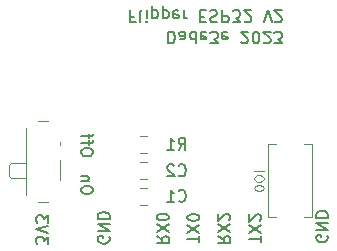
<source format=gbr>
%TF.GenerationSoftware,KiCad,Pcbnew,7.0.2-1.fc38*%
%TF.CreationDate,2023-06-06T11:06:49+02:00*%
%TF.ProjectId,marauder_mini_pcb,6d617261-7564-4657-925f-6d696e695f70,rev?*%
%TF.SameCoordinates,Original*%
%TF.FileFunction,Legend,Bot*%
%TF.FilePolarity,Positive*%
%FSLAX46Y46*%
G04 Gerber Fmt 4.6, Leading zero omitted, Abs format (unit mm)*
G04 Created by KiCad (PCBNEW 7.0.2-1.fc38) date 2023-06-06 11:06:49*
%MOMM*%
%LPD*%
G01*
G04 APERTURE LIST*
%ADD10C,0.150000*%
%ADD11C,0.120000*%
G04 APERTURE END LIST*
D10*
X75922380Y-65971428D02*
X75922380Y-65780952D01*
X75922380Y-65780952D02*
X75874761Y-65685714D01*
X75874761Y-65685714D02*
X75779523Y-65590476D01*
X75779523Y-65590476D02*
X75589047Y-65542857D01*
X75589047Y-65542857D02*
X75255714Y-65542857D01*
X75255714Y-65542857D02*
X75065238Y-65590476D01*
X75065238Y-65590476D02*
X74970000Y-65685714D01*
X74970000Y-65685714D02*
X74922380Y-65780952D01*
X74922380Y-65780952D02*
X74922380Y-65971428D01*
X74922380Y-65971428D02*
X74970000Y-66066666D01*
X74970000Y-66066666D02*
X75065238Y-66161904D01*
X75065238Y-66161904D02*
X75255714Y-66209523D01*
X75255714Y-66209523D02*
X75589047Y-66209523D01*
X75589047Y-66209523D02*
X75779523Y-66161904D01*
X75779523Y-66161904D02*
X75874761Y-66066666D01*
X75874761Y-66066666D02*
X75922380Y-65971428D01*
X75589047Y-65114285D02*
X74922380Y-65114285D01*
X75493809Y-65114285D02*
X75541428Y-65066666D01*
X75541428Y-65066666D02*
X75589047Y-64971428D01*
X75589047Y-64971428D02*
X75589047Y-64828571D01*
X75589047Y-64828571D02*
X75541428Y-64733333D01*
X75541428Y-64733333D02*
X75446190Y-64685714D01*
X75446190Y-64685714D02*
X74922380Y-64685714D01*
X84922380Y-70304761D02*
X84922380Y-69733333D01*
X83922380Y-70019047D02*
X84922380Y-70019047D01*
X84922380Y-69495237D02*
X83922380Y-68828571D01*
X84922380Y-68828571D02*
X83922380Y-69495237D01*
X84922380Y-68257142D02*
X84922380Y-68161904D01*
X84922380Y-68161904D02*
X84874761Y-68066666D01*
X84874761Y-68066666D02*
X84827142Y-68019047D01*
X84827142Y-68019047D02*
X84731904Y-67971428D01*
X84731904Y-67971428D02*
X84541428Y-67923809D01*
X84541428Y-67923809D02*
X84303333Y-67923809D01*
X84303333Y-67923809D02*
X84112857Y-67971428D01*
X84112857Y-67971428D02*
X84017619Y-68019047D01*
X84017619Y-68019047D02*
X83970000Y-68066666D01*
X83970000Y-68066666D02*
X83922380Y-68161904D01*
X83922380Y-68161904D02*
X83922380Y-68257142D01*
X83922380Y-68257142D02*
X83970000Y-68352380D01*
X83970000Y-68352380D02*
X84017619Y-68399999D01*
X84017619Y-68399999D02*
X84112857Y-68447618D01*
X84112857Y-68447618D02*
X84303333Y-68495237D01*
X84303333Y-68495237D02*
X84541428Y-68495237D01*
X84541428Y-68495237D02*
X84731904Y-68447618D01*
X84731904Y-68447618D02*
X84827142Y-68399999D01*
X84827142Y-68399999D02*
X84874761Y-68352380D01*
X84874761Y-68352380D02*
X84922380Y-68257142D01*
X79421428Y-51186190D02*
X79088095Y-51186190D01*
X79088095Y-50662380D02*
X79088095Y-51662380D01*
X79088095Y-51662380D02*
X79564285Y-51662380D01*
X80088095Y-50662380D02*
X79992857Y-50710000D01*
X79992857Y-50710000D02*
X79945238Y-50805238D01*
X79945238Y-50805238D02*
X79945238Y-51662380D01*
X80469048Y-50662380D02*
X80469048Y-51329047D01*
X80469048Y-51662380D02*
X80421429Y-51614761D01*
X80421429Y-51614761D02*
X80469048Y-51567142D01*
X80469048Y-51567142D02*
X80516667Y-51614761D01*
X80516667Y-51614761D02*
X80469048Y-51662380D01*
X80469048Y-51662380D02*
X80469048Y-51567142D01*
X80945238Y-51329047D02*
X80945238Y-50329047D01*
X80945238Y-51281428D02*
X81040476Y-51329047D01*
X81040476Y-51329047D02*
X81230952Y-51329047D01*
X81230952Y-51329047D02*
X81326190Y-51281428D01*
X81326190Y-51281428D02*
X81373809Y-51233809D01*
X81373809Y-51233809D02*
X81421428Y-51138571D01*
X81421428Y-51138571D02*
X81421428Y-50852857D01*
X81421428Y-50852857D02*
X81373809Y-50757619D01*
X81373809Y-50757619D02*
X81326190Y-50710000D01*
X81326190Y-50710000D02*
X81230952Y-50662380D01*
X81230952Y-50662380D02*
X81040476Y-50662380D01*
X81040476Y-50662380D02*
X80945238Y-50710000D01*
X81850000Y-51329047D02*
X81850000Y-50329047D01*
X81850000Y-51281428D02*
X81945238Y-51329047D01*
X81945238Y-51329047D02*
X82135714Y-51329047D01*
X82135714Y-51329047D02*
X82230952Y-51281428D01*
X82230952Y-51281428D02*
X82278571Y-51233809D01*
X82278571Y-51233809D02*
X82326190Y-51138571D01*
X82326190Y-51138571D02*
X82326190Y-50852857D01*
X82326190Y-50852857D02*
X82278571Y-50757619D01*
X82278571Y-50757619D02*
X82230952Y-50710000D01*
X82230952Y-50710000D02*
X82135714Y-50662380D01*
X82135714Y-50662380D02*
X81945238Y-50662380D01*
X81945238Y-50662380D02*
X81850000Y-50710000D01*
X83135714Y-50710000D02*
X83040476Y-50662380D01*
X83040476Y-50662380D02*
X82850000Y-50662380D01*
X82850000Y-50662380D02*
X82754762Y-50710000D01*
X82754762Y-50710000D02*
X82707143Y-50805238D01*
X82707143Y-50805238D02*
X82707143Y-51186190D01*
X82707143Y-51186190D02*
X82754762Y-51281428D01*
X82754762Y-51281428D02*
X82850000Y-51329047D01*
X82850000Y-51329047D02*
X83040476Y-51329047D01*
X83040476Y-51329047D02*
X83135714Y-51281428D01*
X83135714Y-51281428D02*
X83183333Y-51186190D01*
X83183333Y-51186190D02*
X83183333Y-51090952D01*
X83183333Y-51090952D02*
X82707143Y-50995714D01*
X83611905Y-50662380D02*
X83611905Y-51329047D01*
X83611905Y-51138571D02*
X83659524Y-51233809D01*
X83659524Y-51233809D02*
X83707143Y-51281428D01*
X83707143Y-51281428D02*
X83802381Y-51329047D01*
X83802381Y-51329047D02*
X83897619Y-51329047D01*
X84992858Y-51186190D02*
X85326191Y-51186190D01*
X85469048Y-50662380D02*
X84992858Y-50662380D01*
X84992858Y-50662380D02*
X84992858Y-51662380D01*
X84992858Y-51662380D02*
X85469048Y-51662380D01*
X85850001Y-50710000D02*
X85992858Y-50662380D01*
X85992858Y-50662380D02*
X86230953Y-50662380D01*
X86230953Y-50662380D02*
X86326191Y-50710000D01*
X86326191Y-50710000D02*
X86373810Y-50757619D01*
X86373810Y-50757619D02*
X86421429Y-50852857D01*
X86421429Y-50852857D02*
X86421429Y-50948095D01*
X86421429Y-50948095D02*
X86373810Y-51043333D01*
X86373810Y-51043333D02*
X86326191Y-51090952D01*
X86326191Y-51090952D02*
X86230953Y-51138571D01*
X86230953Y-51138571D02*
X86040477Y-51186190D01*
X86040477Y-51186190D02*
X85945239Y-51233809D01*
X85945239Y-51233809D02*
X85897620Y-51281428D01*
X85897620Y-51281428D02*
X85850001Y-51376666D01*
X85850001Y-51376666D02*
X85850001Y-51471904D01*
X85850001Y-51471904D02*
X85897620Y-51567142D01*
X85897620Y-51567142D02*
X85945239Y-51614761D01*
X85945239Y-51614761D02*
X86040477Y-51662380D01*
X86040477Y-51662380D02*
X86278572Y-51662380D01*
X86278572Y-51662380D02*
X86421429Y-51614761D01*
X86850001Y-50662380D02*
X86850001Y-51662380D01*
X86850001Y-51662380D02*
X87230953Y-51662380D01*
X87230953Y-51662380D02*
X87326191Y-51614761D01*
X87326191Y-51614761D02*
X87373810Y-51567142D01*
X87373810Y-51567142D02*
X87421429Y-51471904D01*
X87421429Y-51471904D02*
X87421429Y-51329047D01*
X87421429Y-51329047D02*
X87373810Y-51233809D01*
X87373810Y-51233809D02*
X87326191Y-51186190D01*
X87326191Y-51186190D02*
X87230953Y-51138571D01*
X87230953Y-51138571D02*
X86850001Y-51138571D01*
X87754763Y-51662380D02*
X88373810Y-51662380D01*
X88373810Y-51662380D02*
X88040477Y-51281428D01*
X88040477Y-51281428D02*
X88183334Y-51281428D01*
X88183334Y-51281428D02*
X88278572Y-51233809D01*
X88278572Y-51233809D02*
X88326191Y-51186190D01*
X88326191Y-51186190D02*
X88373810Y-51090952D01*
X88373810Y-51090952D02*
X88373810Y-50852857D01*
X88373810Y-50852857D02*
X88326191Y-50757619D01*
X88326191Y-50757619D02*
X88278572Y-50710000D01*
X88278572Y-50710000D02*
X88183334Y-50662380D01*
X88183334Y-50662380D02*
X87897620Y-50662380D01*
X87897620Y-50662380D02*
X87802382Y-50710000D01*
X87802382Y-50710000D02*
X87754763Y-50757619D01*
X88754763Y-51567142D02*
X88802382Y-51614761D01*
X88802382Y-51614761D02*
X88897620Y-51662380D01*
X88897620Y-51662380D02*
X89135715Y-51662380D01*
X89135715Y-51662380D02*
X89230953Y-51614761D01*
X89230953Y-51614761D02*
X89278572Y-51567142D01*
X89278572Y-51567142D02*
X89326191Y-51471904D01*
X89326191Y-51471904D02*
X89326191Y-51376666D01*
X89326191Y-51376666D02*
X89278572Y-51233809D01*
X89278572Y-51233809D02*
X88707144Y-50662380D01*
X88707144Y-50662380D02*
X89326191Y-50662380D01*
X90373811Y-51662380D02*
X90707144Y-50662380D01*
X90707144Y-50662380D02*
X91040477Y-51662380D01*
X91326192Y-51567142D02*
X91373811Y-51614761D01*
X91373811Y-51614761D02*
X91469049Y-51662380D01*
X91469049Y-51662380D02*
X91707144Y-51662380D01*
X91707144Y-51662380D02*
X91802382Y-51614761D01*
X91802382Y-51614761D02*
X91850001Y-51567142D01*
X91850001Y-51567142D02*
X91897620Y-51471904D01*
X91897620Y-51471904D02*
X91897620Y-51376666D01*
X91897620Y-51376666D02*
X91850001Y-51233809D01*
X91850001Y-51233809D02*
X91278573Y-50662380D01*
X91278573Y-50662380D02*
X91897620Y-50662380D01*
X75922380Y-62771428D02*
X75922380Y-62580952D01*
X75922380Y-62580952D02*
X75874761Y-62485714D01*
X75874761Y-62485714D02*
X75779523Y-62390476D01*
X75779523Y-62390476D02*
X75589047Y-62342857D01*
X75589047Y-62342857D02*
X75255714Y-62342857D01*
X75255714Y-62342857D02*
X75065238Y-62390476D01*
X75065238Y-62390476D02*
X74970000Y-62485714D01*
X74970000Y-62485714D02*
X74922380Y-62580952D01*
X74922380Y-62580952D02*
X74922380Y-62771428D01*
X74922380Y-62771428D02*
X74970000Y-62866666D01*
X74970000Y-62866666D02*
X75065238Y-62961904D01*
X75065238Y-62961904D02*
X75255714Y-63009523D01*
X75255714Y-63009523D02*
X75589047Y-63009523D01*
X75589047Y-63009523D02*
X75779523Y-62961904D01*
X75779523Y-62961904D02*
X75874761Y-62866666D01*
X75874761Y-62866666D02*
X75922380Y-62771428D01*
X75589047Y-62057142D02*
X75589047Y-61676190D01*
X74922380Y-61914285D02*
X75779523Y-61914285D01*
X75779523Y-61914285D02*
X75874761Y-61866666D01*
X75874761Y-61866666D02*
X75922380Y-61771428D01*
X75922380Y-61771428D02*
X75922380Y-61676190D01*
X75589047Y-61485713D02*
X75589047Y-61104761D01*
X74922380Y-61342856D02*
X75779523Y-61342856D01*
X75779523Y-61342856D02*
X75874761Y-61295237D01*
X75874761Y-61295237D02*
X75922380Y-61199999D01*
X75922380Y-61199999D02*
X75922380Y-61104761D01*
X72122380Y-70457142D02*
X72122380Y-69838095D01*
X72122380Y-69838095D02*
X71741428Y-70171428D01*
X71741428Y-70171428D02*
X71741428Y-70028571D01*
X71741428Y-70028571D02*
X71693809Y-69933333D01*
X71693809Y-69933333D02*
X71646190Y-69885714D01*
X71646190Y-69885714D02*
X71550952Y-69838095D01*
X71550952Y-69838095D02*
X71312857Y-69838095D01*
X71312857Y-69838095D02*
X71217619Y-69885714D01*
X71217619Y-69885714D02*
X71170000Y-69933333D01*
X71170000Y-69933333D02*
X71122380Y-70028571D01*
X71122380Y-70028571D02*
X71122380Y-70314285D01*
X71122380Y-70314285D02*
X71170000Y-70409523D01*
X71170000Y-70409523D02*
X71217619Y-70457142D01*
X72122380Y-69552380D02*
X71122380Y-69219047D01*
X71122380Y-69219047D02*
X72122380Y-68885714D01*
X72122380Y-68647618D02*
X72122380Y-68028571D01*
X72122380Y-68028571D02*
X71741428Y-68361904D01*
X71741428Y-68361904D02*
X71741428Y-68219047D01*
X71741428Y-68219047D02*
X71693809Y-68123809D01*
X71693809Y-68123809D02*
X71646190Y-68076190D01*
X71646190Y-68076190D02*
X71550952Y-68028571D01*
X71550952Y-68028571D02*
X71312857Y-68028571D01*
X71312857Y-68028571D02*
X71217619Y-68076190D01*
X71217619Y-68076190D02*
X71170000Y-68123809D01*
X71170000Y-68123809D02*
X71122380Y-68219047D01*
X71122380Y-68219047D02*
X71122380Y-68504761D01*
X71122380Y-68504761D02*
X71170000Y-68599999D01*
X71170000Y-68599999D02*
X71217619Y-68647618D01*
X95774761Y-69738095D02*
X95822380Y-69833333D01*
X95822380Y-69833333D02*
X95822380Y-69976190D01*
X95822380Y-69976190D02*
X95774761Y-70119047D01*
X95774761Y-70119047D02*
X95679523Y-70214285D01*
X95679523Y-70214285D02*
X95584285Y-70261904D01*
X95584285Y-70261904D02*
X95393809Y-70309523D01*
X95393809Y-70309523D02*
X95250952Y-70309523D01*
X95250952Y-70309523D02*
X95060476Y-70261904D01*
X95060476Y-70261904D02*
X94965238Y-70214285D01*
X94965238Y-70214285D02*
X94870000Y-70119047D01*
X94870000Y-70119047D02*
X94822380Y-69976190D01*
X94822380Y-69976190D02*
X94822380Y-69880952D01*
X94822380Y-69880952D02*
X94870000Y-69738095D01*
X94870000Y-69738095D02*
X94917619Y-69690476D01*
X94917619Y-69690476D02*
X95250952Y-69690476D01*
X95250952Y-69690476D02*
X95250952Y-69880952D01*
X94822380Y-69261904D02*
X95822380Y-69261904D01*
X95822380Y-69261904D02*
X94822380Y-68690476D01*
X94822380Y-68690476D02*
X95822380Y-68690476D01*
X94822380Y-68214285D02*
X95822380Y-68214285D01*
X95822380Y-68214285D02*
X95822380Y-67976190D01*
X95822380Y-67976190D02*
X95774761Y-67833333D01*
X95774761Y-67833333D02*
X95679523Y-67738095D01*
X95679523Y-67738095D02*
X95584285Y-67690476D01*
X95584285Y-67690476D02*
X95393809Y-67642857D01*
X95393809Y-67642857D02*
X95250952Y-67642857D01*
X95250952Y-67642857D02*
X95060476Y-67690476D01*
X95060476Y-67690476D02*
X94965238Y-67738095D01*
X94965238Y-67738095D02*
X94870000Y-67833333D01*
X94870000Y-67833333D02*
X94822380Y-67976190D01*
X94822380Y-67976190D02*
X94822380Y-68214285D01*
X82288095Y-52462380D02*
X82288095Y-53462380D01*
X82288095Y-53462380D02*
X82526190Y-53462380D01*
X82526190Y-53462380D02*
X82669047Y-53414761D01*
X82669047Y-53414761D02*
X82764285Y-53319523D01*
X82764285Y-53319523D02*
X82811904Y-53224285D01*
X82811904Y-53224285D02*
X82859523Y-53033809D01*
X82859523Y-53033809D02*
X82859523Y-52890952D01*
X82859523Y-52890952D02*
X82811904Y-52700476D01*
X82811904Y-52700476D02*
X82764285Y-52605238D01*
X82764285Y-52605238D02*
X82669047Y-52510000D01*
X82669047Y-52510000D02*
X82526190Y-52462380D01*
X82526190Y-52462380D02*
X82288095Y-52462380D01*
X83716666Y-52462380D02*
X83716666Y-52986190D01*
X83716666Y-52986190D02*
X83669047Y-53081428D01*
X83669047Y-53081428D02*
X83573809Y-53129047D01*
X83573809Y-53129047D02*
X83383333Y-53129047D01*
X83383333Y-53129047D02*
X83288095Y-53081428D01*
X83716666Y-52510000D02*
X83621428Y-52462380D01*
X83621428Y-52462380D02*
X83383333Y-52462380D01*
X83383333Y-52462380D02*
X83288095Y-52510000D01*
X83288095Y-52510000D02*
X83240476Y-52605238D01*
X83240476Y-52605238D02*
X83240476Y-52700476D01*
X83240476Y-52700476D02*
X83288095Y-52795714D01*
X83288095Y-52795714D02*
X83383333Y-52843333D01*
X83383333Y-52843333D02*
X83621428Y-52843333D01*
X83621428Y-52843333D02*
X83716666Y-52890952D01*
X84621428Y-52462380D02*
X84621428Y-53462380D01*
X84621428Y-52510000D02*
X84526190Y-52462380D01*
X84526190Y-52462380D02*
X84335714Y-52462380D01*
X84335714Y-52462380D02*
X84240476Y-52510000D01*
X84240476Y-52510000D02*
X84192857Y-52557619D01*
X84192857Y-52557619D02*
X84145238Y-52652857D01*
X84145238Y-52652857D02*
X84145238Y-52938571D01*
X84145238Y-52938571D02*
X84192857Y-53033809D01*
X84192857Y-53033809D02*
X84240476Y-53081428D01*
X84240476Y-53081428D02*
X84335714Y-53129047D01*
X84335714Y-53129047D02*
X84526190Y-53129047D01*
X84526190Y-53129047D02*
X84621428Y-53081428D01*
X85478571Y-52510000D02*
X85383333Y-52462380D01*
X85383333Y-52462380D02*
X85192857Y-52462380D01*
X85192857Y-52462380D02*
X85097619Y-52510000D01*
X85097619Y-52510000D02*
X85050000Y-52605238D01*
X85050000Y-52605238D02*
X85050000Y-52986190D01*
X85050000Y-52986190D02*
X85097619Y-53081428D01*
X85097619Y-53081428D02*
X85192857Y-53129047D01*
X85192857Y-53129047D02*
X85383333Y-53129047D01*
X85383333Y-53129047D02*
X85478571Y-53081428D01*
X85478571Y-53081428D02*
X85526190Y-52986190D01*
X85526190Y-52986190D02*
X85526190Y-52890952D01*
X85526190Y-52890952D02*
X85050000Y-52795714D01*
X85859524Y-53462380D02*
X86478571Y-53462380D01*
X86478571Y-53462380D02*
X86145238Y-53081428D01*
X86145238Y-53081428D02*
X86288095Y-53081428D01*
X86288095Y-53081428D02*
X86383333Y-53033809D01*
X86383333Y-53033809D02*
X86430952Y-52986190D01*
X86430952Y-52986190D02*
X86478571Y-52890952D01*
X86478571Y-52890952D02*
X86478571Y-52652857D01*
X86478571Y-52652857D02*
X86430952Y-52557619D01*
X86430952Y-52557619D02*
X86383333Y-52510000D01*
X86383333Y-52510000D02*
X86288095Y-52462380D01*
X86288095Y-52462380D02*
X86002381Y-52462380D01*
X86002381Y-52462380D02*
X85907143Y-52510000D01*
X85907143Y-52510000D02*
X85859524Y-52557619D01*
X87288095Y-52510000D02*
X87192857Y-52462380D01*
X87192857Y-52462380D02*
X87002381Y-52462380D01*
X87002381Y-52462380D02*
X86907143Y-52510000D01*
X86907143Y-52510000D02*
X86859524Y-52605238D01*
X86859524Y-52605238D02*
X86859524Y-52986190D01*
X86859524Y-52986190D02*
X86907143Y-53081428D01*
X86907143Y-53081428D02*
X87002381Y-53129047D01*
X87002381Y-53129047D02*
X87192857Y-53129047D01*
X87192857Y-53129047D02*
X87288095Y-53081428D01*
X87288095Y-53081428D02*
X87335714Y-52986190D01*
X87335714Y-52986190D02*
X87335714Y-52890952D01*
X87335714Y-52890952D02*
X86859524Y-52795714D01*
X88478572Y-53367142D02*
X88526191Y-53414761D01*
X88526191Y-53414761D02*
X88621429Y-53462380D01*
X88621429Y-53462380D02*
X88859524Y-53462380D01*
X88859524Y-53462380D02*
X88954762Y-53414761D01*
X88954762Y-53414761D02*
X89002381Y-53367142D01*
X89002381Y-53367142D02*
X89050000Y-53271904D01*
X89050000Y-53271904D02*
X89050000Y-53176666D01*
X89050000Y-53176666D02*
X89002381Y-53033809D01*
X89002381Y-53033809D02*
X88430953Y-52462380D01*
X88430953Y-52462380D02*
X89050000Y-52462380D01*
X89669048Y-53462380D02*
X89764286Y-53462380D01*
X89764286Y-53462380D02*
X89859524Y-53414761D01*
X89859524Y-53414761D02*
X89907143Y-53367142D01*
X89907143Y-53367142D02*
X89954762Y-53271904D01*
X89954762Y-53271904D02*
X90002381Y-53081428D01*
X90002381Y-53081428D02*
X90002381Y-52843333D01*
X90002381Y-52843333D02*
X89954762Y-52652857D01*
X89954762Y-52652857D02*
X89907143Y-52557619D01*
X89907143Y-52557619D02*
X89859524Y-52510000D01*
X89859524Y-52510000D02*
X89764286Y-52462380D01*
X89764286Y-52462380D02*
X89669048Y-52462380D01*
X89669048Y-52462380D02*
X89573810Y-52510000D01*
X89573810Y-52510000D02*
X89526191Y-52557619D01*
X89526191Y-52557619D02*
X89478572Y-52652857D01*
X89478572Y-52652857D02*
X89430953Y-52843333D01*
X89430953Y-52843333D02*
X89430953Y-53081428D01*
X89430953Y-53081428D02*
X89478572Y-53271904D01*
X89478572Y-53271904D02*
X89526191Y-53367142D01*
X89526191Y-53367142D02*
X89573810Y-53414761D01*
X89573810Y-53414761D02*
X89669048Y-53462380D01*
X90383334Y-53367142D02*
X90430953Y-53414761D01*
X90430953Y-53414761D02*
X90526191Y-53462380D01*
X90526191Y-53462380D02*
X90764286Y-53462380D01*
X90764286Y-53462380D02*
X90859524Y-53414761D01*
X90859524Y-53414761D02*
X90907143Y-53367142D01*
X90907143Y-53367142D02*
X90954762Y-53271904D01*
X90954762Y-53271904D02*
X90954762Y-53176666D01*
X90954762Y-53176666D02*
X90907143Y-53033809D01*
X90907143Y-53033809D02*
X90335715Y-52462380D01*
X90335715Y-52462380D02*
X90954762Y-52462380D01*
X91288096Y-53462380D02*
X91907143Y-53462380D01*
X91907143Y-53462380D02*
X91573810Y-53081428D01*
X91573810Y-53081428D02*
X91716667Y-53081428D01*
X91716667Y-53081428D02*
X91811905Y-53033809D01*
X91811905Y-53033809D02*
X91859524Y-52986190D01*
X91859524Y-52986190D02*
X91907143Y-52890952D01*
X91907143Y-52890952D02*
X91907143Y-52652857D01*
X91907143Y-52652857D02*
X91859524Y-52557619D01*
X91859524Y-52557619D02*
X91811905Y-52510000D01*
X91811905Y-52510000D02*
X91716667Y-52462380D01*
X91716667Y-52462380D02*
X91430953Y-52462380D01*
X91430953Y-52462380D02*
X91335715Y-52510000D01*
X91335715Y-52510000D02*
X91288096Y-52557619D01*
X77274761Y-69838095D02*
X77322380Y-69933333D01*
X77322380Y-69933333D02*
X77322380Y-70076190D01*
X77322380Y-70076190D02*
X77274761Y-70219047D01*
X77274761Y-70219047D02*
X77179523Y-70314285D01*
X77179523Y-70314285D02*
X77084285Y-70361904D01*
X77084285Y-70361904D02*
X76893809Y-70409523D01*
X76893809Y-70409523D02*
X76750952Y-70409523D01*
X76750952Y-70409523D02*
X76560476Y-70361904D01*
X76560476Y-70361904D02*
X76465238Y-70314285D01*
X76465238Y-70314285D02*
X76370000Y-70219047D01*
X76370000Y-70219047D02*
X76322380Y-70076190D01*
X76322380Y-70076190D02*
X76322380Y-69980952D01*
X76322380Y-69980952D02*
X76370000Y-69838095D01*
X76370000Y-69838095D02*
X76417619Y-69790476D01*
X76417619Y-69790476D02*
X76750952Y-69790476D01*
X76750952Y-69790476D02*
X76750952Y-69980952D01*
X76322380Y-69361904D02*
X77322380Y-69361904D01*
X77322380Y-69361904D02*
X76322380Y-68790476D01*
X76322380Y-68790476D02*
X77322380Y-68790476D01*
X76322380Y-68314285D02*
X77322380Y-68314285D01*
X77322380Y-68314285D02*
X77322380Y-68076190D01*
X77322380Y-68076190D02*
X77274761Y-67933333D01*
X77274761Y-67933333D02*
X77179523Y-67838095D01*
X77179523Y-67838095D02*
X77084285Y-67790476D01*
X77084285Y-67790476D02*
X76893809Y-67742857D01*
X76893809Y-67742857D02*
X76750952Y-67742857D01*
X76750952Y-67742857D02*
X76560476Y-67790476D01*
X76560476Y-67790476D02*
X76465238Y-67838095D01*
X76465238Y-67838095D02*
X76370000Y-67933333D01*
X76370000Y-67933333D02*
X76322380Y-68076190D01*
X76322380Y-68076190D02*
X76322380Y-68314285D01*
X81322380Y-69790476D02*
X81798571Y-70123809D01*
X81322380Y-70361904D02*
X82322380Y-70361904D01*
X82322380Y-70361904D02*
X82322380Y-69980952D01*
X82322380Y-69980952D02*
X82274761Y-69885714D01*
X82274761Y-69885714D02*
X82227142Y-69838095D01*
X82227142Y-69838095D02*
X82131904Y-69790476D01*
X82131904Y-69790476D02*
X81989047Y-69790476D01*
X81989047Y-69790476D02*
X81893809Y-69838095D01*
X81893809Y-69838095D02*
X81846190Y-69885714D01*
X81846190Y-69885714D02*
X81798571Y-69980952D01*
X81798571Y-69980952D02*
X81798571Y-70361904D01*
X82322380Y-69457142D02*
X81322380Y-68790476D01*
X82322380Y-68790476D02*
X81322380Y-69457142D01*
X82322380Y-68219047D02*
X82322380Y-68123809D01*
X82322380Y-68123809D02*
X82274761Y-68028571D01*
X82274761Y-68028571D02*
X82227142Y-67980952D01*
X82227142Y-67980952D02*
X82131904Y-67933333D01*
X82131904Y-67933333D02*
X81941428Y-67885714D01*
X81941428Y-67885714D02*
X81703333Y-67885714D01*
X81703333Y-67885714D02*
X81512857Y-67933333D01*
X81512857Y-67933333D02*
X81417619Y-67980952D01*
X81417619Y-67980952D02*
X81370000Y-68028571D01*
X81370000Y-68028571D02*
X81322380Y-68123809D01*
X81322380Y-68123809D02*
X81322380Y-68219047D01*
X81322380Y-68219047D02*
X81370000Y-68314285D01*
X81370000Y-68314285D02*
X81417619Y-68361904D01*
X81417619Y-68361904D02*
X81512857Y-68409523D01*
X81512857Y-68409523D02*
X81703333Y-68457142D01*
X81703333Y-68457142D02*
X81941428Y-68457142D01*
X81941428Y-68457142D02*
X82131904Y-68409523D01*
X82131904Y-68409523D02*
X82227142Y-68361904D01*
X82227142Y-68361904D02*
X82274761Y-68314285D01*
X82274761Y-68314285D02*
X82322380Y-68219047D01*
X86522380Y-69790476D02*
X86998571Y-70123809D01*
X86522380Y-70361904D02*
X87522380Y-70361904D01*
X87522380Y-70361904D02*
X87522380Y-69980952D01*
X87522380Y-69980952D02*
X87474761Y-69885714D01*
X87474761Y-69885714D02*
X87427142Y-69838095D01*
X87427142Y-69838095D02*
X87331904Y-69790476D01*
X87331904Y-69790476D02*
X87189047Y-69790476D01*
X87189047Y-69790476D02*
X87093809Y-69838095D01*
X87093809Y-69838095D02*
X87046190Y-69885714D01*
X87046190Y-69885714D02*
X86998571Y-69980952D01*
X86998571Y-69980952D02*
X86998571Y-70361904D01*
X87522380Y-69457142D02*
X86522380Y-68790476D01*
X87522380Y-68790476D02*
X86522380Y-69457142D01*
X87427142Y-68457142D02*
X87474761Y-68409523D01*
X87474761Y-68409523D02*
X87522380Y-68314285D01*
X87522380Y-68314285D02*
X87522380Y-68076190D01*
X87522380Y-68076190D02*
X87474761Y-67980952D01*
X87474761Y-67980952D02*
X87427142Y-67933333D01*
X87427142Y-67933333D02*
X87331904Y-67885714D01*
X87331904Y-67885714D02*
X87236666Y-67885714D01*
X87236666Y-67885714D02*
X87093809Y-67933333D01*
X87093809Y-67933333D02*
X86522380Y-68504761D01*
X86522380Y-68504761D02*
X86522380Y-67885714D01*
X90122380Y-70304761D02*
X90122380Y-69733333D01*
X89122380Y-70019047D02*
X90122380Y-70019047D01*
X90122380Y-69495237D02*
X89122380Y-68828571D01*
X90122380Y-68828571D02*
X89122380Y-69495237D01*
X90027142Y-68495237D02*
X90074761Y-68447618D01*
X90074761Y-68447618D02*
X90122380Y-68352380D01*
X90122380Y-68352380D02*
X90122380Y-68114285D01*
X90122380Y-68114285D02*
X90074761Y-68019047D01*
X90074761Y-68019047D02*
X90027142Y-67971428D01*
X90027142Y-67971428D02*
X89931904Y-67923809D01*
X89931904Y-67923809D02*
X89836666Y-67923809D01*
X89836666Y-67923809D02*
X89693809Y-67971428D01*
X89693809Y-67971428D02*
X89122380Y-68542856D01*
X89122380Y-68542856D02*
X89122380Y-67923809D01*
%TO.C,R1*%
X83166666Y-62462619D02*
X83499999Y-61986428D01*
X83738094Y-62462619D02*
X83738094Y-61462619D01*
X83738094Y-61462619D02*
X83357142Y-61462619D01*
X83357142Y-61462619D02*
X83261904Y-61510238D01*
X83261904Y-61510238D02*
X83214285Y-61557857D01*
X83214285Y-61557857D02*
X83166666Y-61653095D01*
X83166666Y-61653095D02*
X83166666Y-61795952D01*
X83166666Y-61795952D02*
X83214285Y-61891190D01*
X83214285Y-61891190D02*
X83261904Y-61938809D01*
X83261904Y-61938809D02*
X83357142Y-61986428D01*
X83357142Y-61986428D02*
X83738094Y-61986428D01*
X82214285Y-62462619D02*
X82785713Y-62462619D01*
X82499999Y-62462619D02*
X82499999Y-61462619D01*
X82499999Y-61462619D02*
X82595237Y-61605476D01*
X82595237Y-61605476D02*
X82690475Y-61700714D01*
X82690475Y-61700714D02*
X82785713Y-61748333D01*
D11*
%TO.C,IO0*%
X90370095Y-64300000D02*
X89570095Y-64300000D01*
X89570095Y-64833333D02*
X89570095Y-64985714D01*
X89570095Y-64985714D02*
X89608190Y-65061904D01*
X89608190Y-65061904D02*
X89684380Y-65138095D01*
X89684380Y-65138095D02*
X89836761Y-65176190D01*
X89836761Y-65176190D02*
X90103428Y-65176190D01*
X90103428Y-65176190D02*
X90255809Y-65138095D01*
X90255809Y-65138095D02*
X90332000Y-65061904D01*
X90332000Y-65061904D02*
X90370095Y-64985714D01*
X90370095Y-64985714D02*
X90370095Y-64833333D01*
X90370095Y-64833333D02*
X90332000Y-64757142D01*
X90332000Y-64757142D02*
X90255809Y-64680952D01*
X90255809Y-64680952D02*
X90103428Y-64642856D01*
X90103428Y-64642856D02*
X89836761Y-64642856D01*
X89836761Y-64642856D02*
X89684380Y-64680952D01*
X89684380Y-64680952D02*
X89608190Y-64757142D01*
X89608190Y-64757142D02*
X89570095Y-64833333D01*
X89570095Y-65671428D02*
X89570095Y-65747618D01*
X89570095Y-65747618D02*
X89608190Y-65823809D01*
X89608190Y-65823809D02*
X89646285Y-65861904D01*
X89646285Y-65861904D02*
X89722476Y-65899999D01*
X89722476Y-65899999D02*
X89874857Y-65938094D01*
X89874857Y-65938094D02*
X90065333Y-65938094D01*
X90065333Y-65938094D02*
X90217714Y-65899999D01*
X90217714Y-65899999D02*
X90293904Y-65861904D01*
X90293904Y-65861904D02*
X90332000Y-65823809D01*
X90332000Y-65823809D02*
X90370095Y-65747618D01*
X90370095Y-65747618D02*
X90370095Y-65671428D01*
X90370095Y-65671428D02*
X90332000Y-65595237D01*
X90332000Y-65595237D02*
X90293904Y-65557142D01*
X90293904Y-65557142D02*
X90217714Y-65519047D01*
X90217714Y-65519047D02*
X90065333Y-65480951D01*
X90065333Y-65480951D02*
X89874857Y-65480951D01*
X89874857Y-65480951D02*
X89722476Y-65519047D01*
X89722476Y-65519047D02*
X89646285Y-65557142D01*
X89646285Y-65557142D02*
X89608190Y-65595237D01*
X89608190Y-65595237D02*
X89570095Y-65671428D01*
D10*
%TO.C,C2*%
X83166666Y-64617380D02*
X83214285Y-64665000D01*
X83214285Y-64665000D02*
X83357142Y-64712619D01*
X83357142Y-64712619D02*
X83452380Y-64712619D01*
X83452380Y-64712619D02*
X83595237Y-64665000D01*
X83595237Y-64665000D02*
X83690475Y-64569761D01*
X83690475Y-64569761D02*
X83738094Y-64474523D01*
X83738094Y-64474523D02*
X83785713Y-64284047D01*
X83785713Y-64284047D02*
X83785713Y-64141190D01*
X83785713Y-64141190D02*
X83738094Y-63950714D01*
X83738094Y-63950714D02*
X83690475Y-63855476D01*
X83690475Y-63855476D02*
X83595237Y-63760238D01*
X83595237Y-63760238D02*
X83452380Y-63712619D01*
X83452380Y-63712619D02*
X83357142Y-63712619D01*
X83357142Y-63712619D02*
X83214285Y-63760238D01*
X83214285Y-63760238D02*
X83166666Y-63807857D01*
X82785713Y-63807857D02*
X82738094Y-63760238D01*
X82738094Y-63760238D02*
X82642856Y-63712619D01*
X82642856Y-63712619D02*
X82404761Y-63712619D01*
X82404761Y-63712619D02*
X82309523Y-63760238D01*
X82309523Y-63760238D02*
X82261904Y-63807857D01*
X82261904Y-63807857D02*
X82214285Y-63903095D01*
X82214285Y-63903095D02*
X82214285Y-63998333D01*
X82214285Y-63998333D02*
X82261904Y-64141190D01*
X82261904Y-64141190D02*
X82833332Y-64712619D01*
X82833332Y-64712619D02*
X82214285Y-64712619D01*
%TO.C,C1*%
X83166666Y-66767380D02*
X83214285Y-66815000D01*
X83214285Y-66815000D02*
X83357142Y-66862619D01*
X83357142Y-66862619D02*
X83452380Y-66862619D01*
X83452380Y-66862619D02*
X83595237Y-66815000D01*
X83595237Y-66815000D02*
X83690475Y-66719761D01*
X83690475Y-66719761D02*
X83738094Y-66624523D01*
X83738094Y-66624523D02*
X83785713Y-66434047D01*
X83785713Y-66434047D02*
X83785713Y-66291190D01*
X83785713Y-66291190D02*
X83738094Y-66100714D01*
X83738094Y-66100714D02*
X83690475Y-66005476D01*
X83690475Y-66005476D02*
X83595237Y-65910238D01*
X83595237Y-65910238D02*
X83452380Y-65862619D01*
X83452380Y-65862619D02*
X83357142Y-65862619D01*
X83357142Y-65862619D02*
X83214285Y-65910238D01*
X83214285Y-65910238D02*
X83166666Y-65957857D01*
X82214285Y-66862619D02*
X82785713Y-66862619D01*
X82499999Y-66862619D02*
X82499999Y-65862619D01*
X82499999Y-65862619D02*
X82595237Y-66005476D01*
X82595237Y-66005476D02*
X82690475Y-66100714D01*
X82690475Y-66100714D02*
X82785713Y-66148333D01*
D11*
%TO.C,R1*%
X80461252Y-62735000D02*
X79938748Y-62735000D01*
X80461252Y-61265000D02*
X79938748Y-61265000D01*
%TO.C,IO0*%
X90750000Y-68200000D02*
X90750000Y-62000000D01*
X91400000Y-68200000D02*
X90750000Y-68200000D01*
X94450000Y-68200000D02*
X93800000Y-68200000D01*
X90750000Y-62000000D02*
X91400000Y-62000000D01*
X94450000Y-62000000D02*
X94450000Y-68200000D01*
X94450000Y-62000000D02*
X93800000Y-62000000D01*
%TO.C,C2*%
X79938748Y-63465000D02*
X80461252Y-63465000D01*
X79938748Y-64935000D02*
X80461252Y-64935000D01*
%TO.C,C1*%
X79938748Y-65665000D02*
X80461252Y-65665000D01*
X79938748Y-67135000D02*
X80461252Y-67135000D01*
%TO.C,SW1*%
X72090000Y-66900000D02*
X71300000Y-66900000D01*
X70290000Y-66300000D02*
X70290000Y-60600000D01*
X73140000Y-65050000D02*
X73140000Y-63350000D01*
X69000000Y-64850000D02*
X68790000Y-64650000D01*
X70290000Y-64850000D02*
X69000000Y-64850000D01*
X68790000Y-64650000D02*
X68790000Y-63750000D01*
X69000000Y-63550000D02*
X68790000Y-63750000D01*
X69000000Y-63550000D02*
X70290000Y-63550000D01*
X73140000Y-62050000D02*
X73140000Y-61850000D01*
X71300000Y-60000000D02*
X72090000Y-60000000D01*
%TD*%
M02*

</source>
